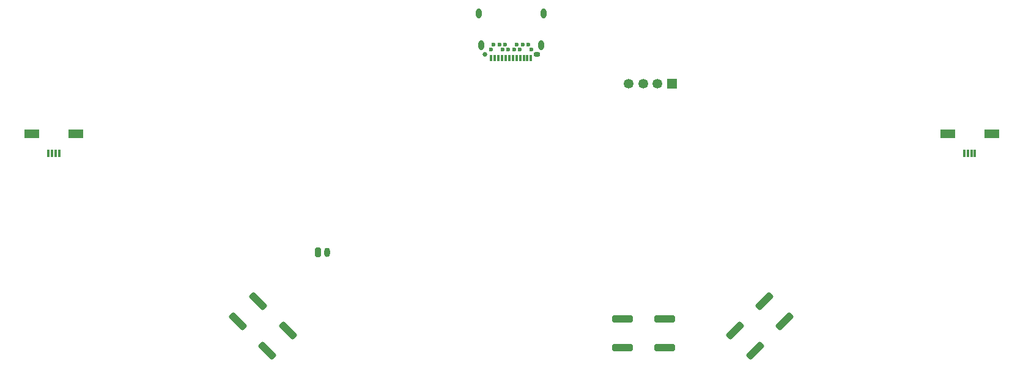
<source format=gbr>
%TF.GenerationSoftware,KiCad,Pcbnew,9.0.6-rc2*%
%TF.CreationDate,2025-11-20T00:57:41-08:00*%
%TF.ProjectId,LatteJr_Main_Board,4c617474-654a-4725-9f4d-61696e5f426f,rev?*%
%TF.SameCoordinates,Original*%
%TF.FileFunction,Soldermask,Bot*%
%TF.FilePolarity,Negative*%
%FSLAX46Y46*%
G04 Gerber Fmt 4.6, Leading zero omitted, Abs format (unit mm)*
G04 Created by KiCad (PCBNEW 9.0.6-rc2) date 2025-11-20 00:57:41*
%MOMM*%
%LPD*%
G01*
G04 APERTURE LIST*
G04 Aperture macros list*
%AMRoundRect*
0 Rectangle with rounded corners*
0 $1 Rounding radius*
0 $2 $3 $4 $5 $6 $7 $8 $9 X,Y pos of 4 corners*
0 Add a 4 corners polygon primitive as box body*
4,1,4,$2,$3,$4,$5,$6,$7,$8,$9,$2,$3,0*
0 Add four circle primitives for the rounded corners*
1,1,$1+$1,$2,$3*
1,1,$1+$1,$4,$5*
1,1,$1+$1,$6,$7*
1,1,$1+$1,$8,$9*
0 Add four rect primitives between the rounded corners*
20,1,$1+$1,$2,$3,$4,$5,0*
20,1,$1+$1,$4,$5,$6,$7,0*
20,1,$1+$1,$6,$7,$8,$9,0*
20,1,$1+$1,$8,$9,$2,$3,0*%
G04 Aperture macros list end*
%ADD10R,1.350000X1.350000*%
%ADD11C,1.350000*%
%ADD12R,0.300000X1.000000*%
%ADD13R,2.000000X1.300000*%
%ADD14RoundRect,0.150000X-0.636396X-1.131371X1.131371X0.636396X0.636396X1.131371X-1.131371X-0.636396X0*%
%ADD15RoundRect,0.200000X-0.200000X-0.450000X0.200000X-0.450000X0.200000X0.450000X-0.200000X0.450000X0*%
%ADD16O,0.800000X1.300000*%
%ADD17RoundRect,0.150000X-1.250000X-0.350000X1.250000X-0.350000X1.250000X0.350000X-1.250000X0.350000X0*%
%ADD18C,0.650000*%
%ADD19O,0.950000X0.650000*%
%ADD20R,0.300000X0.900000*%
%ADD21C,0.600000*%
%ADD22O,0.800000X1.400000*%
%ADD23RoundRect,0.150000X-1.131371X0.636396X0.636396X-1.131371X1.131371X-0.636396X-0.636396X1.131371X0*%
G04 APERTURE END LIST*
D10*
%TO.C,J1*%
X114864400Y-27432000D03*
D11*
X112864399Y-27432000D03*
X110864400Y-27432000D03*
X108864400Y-27432000D03*
%TD*%
D12*
%TO.C,J5*%
X28508800Y-37066201D03*
X29008800Y-37066200D03*
X29508800Y-37066200D03*
X30008800Y-37066201D03*
D13*
X26208800Y-34366200D03*
X32308800Y-34366200D03*
%TD*%
D12*
%TO.C,J4*%
X155333000Y-37066201D03*
X155833000Y-37066200D03*
X156333000Y-37066200D03*
X156833000Y-37066201D03*
D13*
X153033000Y-34366200D03*
X159133000Y-34366200D03*
%TD*%
D14*
%TO.C,SW3*%
X126397863Y-64478711D03*
X130499082Y-60377492D03*
X123569436Y-61650284D03*
X127670655Y-57549065D03*
%TD*%
D15*
%TO.C,J6*%
X65846800Y-50823600D03*
D16*
X67096799Y-50823600D03*
%TD*%
D17*
%TO.C,SW1*%
X108026200Y-64008000D03*
X113826200Y-64008000D03*
X108026200Y-60008000D03*
X113826200Y-60008000D03*
%TD*%
D18*
%TO.C,J3*%
X89002599Y-23343800D03*
D19*
X96202599Y-23343800D03*
D20*
X89852599Y-23903800D03*
X90352599Y-23903800D03*
X90852599Y-23903800D03*
X91352599Y-23903801D03*
X91852599Y-23903800D03*
X92352599Y-23903800D03*
X92852599Y-23903800D03*
X93352599Y-23903800D03*
X93852599Y-23903801D03*
X94352599Y-23903800D03*
X94852599Y-23903800D03*
X95352599Y-23903800D03*
D21*
X95402599Y-22693800D03*
X95002599Y-21993800D03*
X94202599Y-21993800D03*
X93802599Y-22693800D03*
X93402599Y-21993801D03*
X93002599Y-22693800D03*
X92202599Y-22693800D03*
X91802599Y-21993801D03*
X91402599Y-22693800D03*
X91002599Y-21993800D03*
X90202599Y-21993800D03*
X89802599Y-22693800D03*
D22*
X88472599Y-22103800D03*
X96732599Y-22103800D03*
X97092598Y-17703800D03*
X88112600Y-17703800D03*
%TD*%
D23*
%TO.C,SW4*%
X54753462Y-60377492D03*
X58854681Y-64478711D03*
X57581889Y-57549065D03*
X61683108Y-61650284D03*
%TD*%
M02*

</source>
